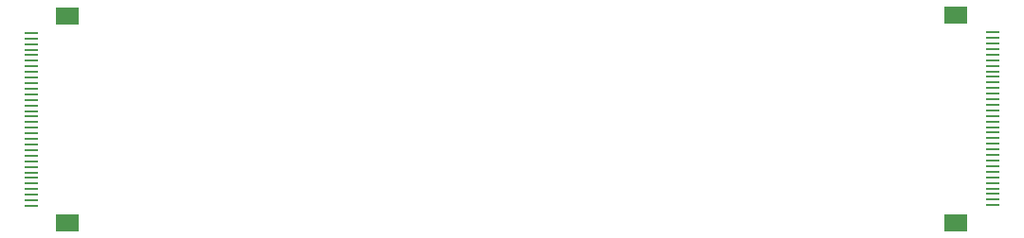
<source format=gtp>
G75*
%MOIN*%
%OFA0B0*%
%FSLAX25Y25*%
%IPPOS*%
%LPD*%
%AMOC8*
5,1,8,0,0,1.08239X$1,22.5*
%
%ADD10R,0.04921X0.00984*%
%ADD11R,0.08071X0.06496*%
D10*
X0016812Y0148356D03*
X0016812Y0150324D03*
X0016812Y0152293D03*
X0016812Y0154261D03*
X0016812Y0156230D03*
X0016812Y0158198D03*
X0016812Y0160167D03*
X0016812Y0162135D03*
X0016812Y0164104D03*
X0016812Y0166072D03*
X0016812Y0168041D03*
X0016812Y0170009D03*
X0016812Y0171978D03*
X0016812Y0173946D03*
X0016812Y0175915D03*
X0016812Y0177883D03*
X0016812Y0179852D03*
X0016812Y0181820D03*
X0016812Y0183789D03*
X0016812Y0185757D03*
X0016812Y0187726D03*
X0016812Y0189694D03*
X0016812Y0191663D03*
X0016812Y0193631D03*
X0016812Y0195600D03*
X0016812Y0197569D03*
X0016812Y0199537D03*
X0016812Y0201506D03*
X0016812Y0203474D03*
X0016812Y0205443D03*
X0016812Y0207411D03*
X0016812Y0209380D03*
X0354695Y0209612D03*
X0354695Y0207643D03*
X0354695Y0205675D03*
X0354695Y0203706D03*
X0354695Y0201738D03*
X0354695Y0199769D03*
X0354695Y0197801D03*
X0354695Y0195832D03*
X0354695Y0193864D03*
X0354695Y0191895D03*
X0354695Y0189927D03*
X0354695Y0187958D03*
X0354695Y0185990D03*
X0354695Y0184021D03*
X0354695Y0182053D03*
X0354695Y0180084D03*
X0354695Y0178116D03*
X0354695Y0176147D03*
X0354695Y0174179D03*
X0354695Y0172210D03*
X0354695Y0170242D03*
X0354695Y0168273D03*
X0354695Y0166305D03*
X0354695Y0164336D03*
X0354695Y0162368D03*
X0354695Y0160399D03*
X0354695Y0158431D03*
X0354695Y0156462D03*
X0354695Y0154494D03*
X0354695Y0152525D03*
X0354695Y0150557D03*
X0354695Y0148588D03*
D11*
X0029607Y0142254D03*
X0029607Y0215482D03*
X0341900Y0215714D03*
X0341900Y0142486D03*
M02*

</source>
